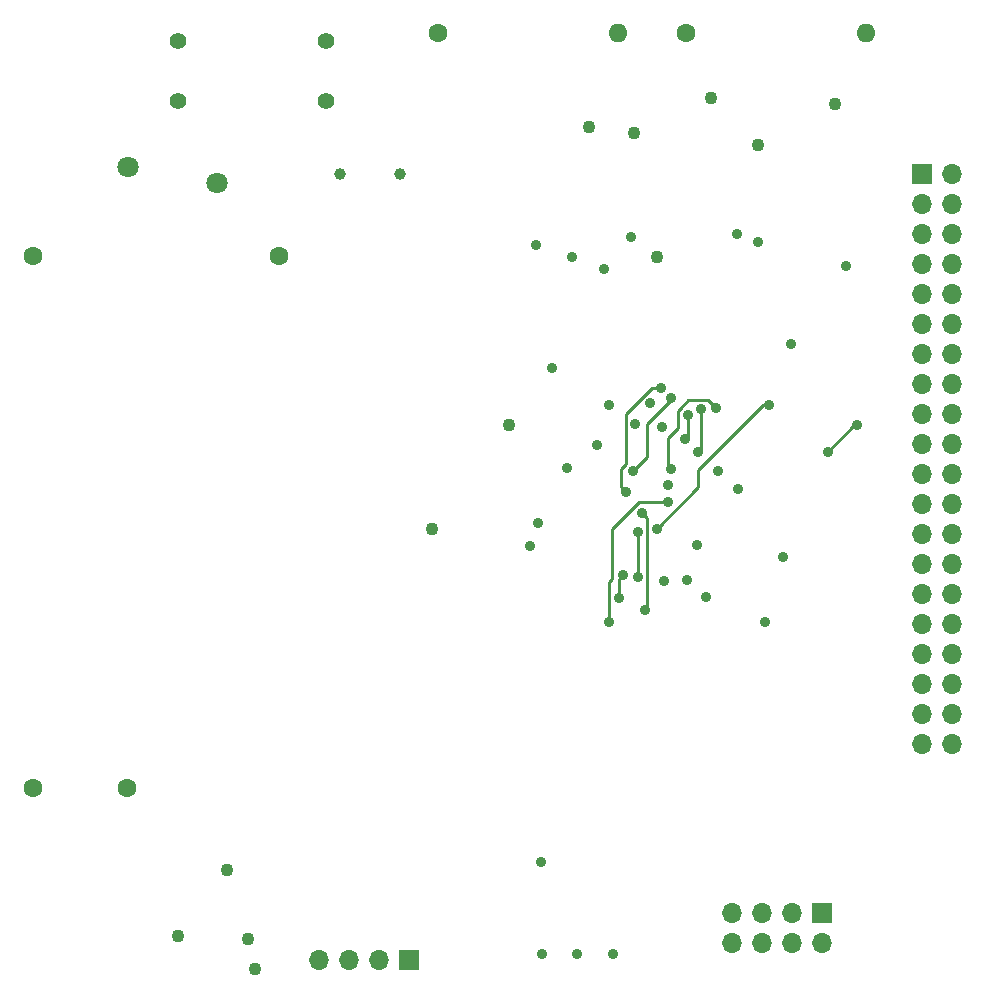
<source format=gbr>
G04 #@! TF.FileFunction,Copper,L4,Bot,Signal*
%FSLAX46Y46*%
G04 Gerber Fmt 4.6, Leading zero omitted, Abs format (unit mm)*
G04 Created by KiCad (PCBNEW 4.0.7) date Fri May 11 12:16:42 2018*
%MOMM*%
%LPD*%
G01*
G04 APERTURE LIST*
%ADD10C,0.100000*%
%ADD11C,1.800000*%
%ADD12C,1.000000*%
%ADD13C,1.400000*%
%ADD14R,1.700000X1.700000*%
%ADD15O,1.700000X1.700000*%
%ADD16C,1.600000*%
%ADD17O,1.600000X1.600000*%
%ADD18C,1.100000*%
%ADD19C,0.900000*%
%ADD20C,0.254000*%
G04 APERTURE END LIST*
D10*
D11*
X115750000Y-89250000D03*
X108250000Y-87850000D03*
D12*
X131290000Y-88500000D03*
X126210000Y-88500000D03*
D13*
X125000000Y-82290000D03*
X125000000Y-77210000D03*
X112500000Y-82290000D03*
X112500000Y-77210000D03*
D14*
X132000000Y-155000000D03*
D15*
X129460000Y-155000000D03*
X126920000Y-155000000D03*
X124380000Y-155000000D03*
D16*
X155500000Y-76500000D03*
D17*
X170740000Y-76500000D03*
D16*
X134500000Y-76500000D03*
D17*
X149740000Y-76500000D03*
D14*
X167000000Y-151000000D03*
D15*
X167000000Y-153540000D03*
X164460000Y-151000000D03*
X164460000Y-153540000D03*
X161920000Y-151000000D03*
X161920000Y-153540000D03*
X159380000Y-151000000D03*
X159380000Y-153540000D03*
D14*
X175500000Y-88500000D03*
D15*
X178040000Y-88500000D03*
X175500000Y-91040000D03*
X178040000Y-91040000D03*
X175500000Y-93580000D03*
X178040000Y-93580000D03*
X175500000Y-96120000D03*
X178040000Y-96120000D03*
X175500000Y-98660000D03*
X178040000Y-98660000D03*
X175500000Y-101200000D03*
X178040000Y-101200000D03*
X175500000Y-103740000D03*
X178040000Y-103740000D03*
X175500000Y-106280000D03*
X178040000Y-106280000D03*
X175500000Y-108820000D03*
X178040000Y-108820000D03*
X175500000Y-111360000D03*
X178040000Y-111360000D03*
X175500000Y-113900000D03*
X178040000Y-113900000D03*
X175500000Y-116440000D03*
X178040000Y-116440000D03*
X175500000Y-118980000D03*
X178040000Y-118980000D03*
X175500000Y-121520000D03*
X178040000Y-121520000D03*
X175500000Y-124060000D03*
X178040000Y-124060000D03*
X175500000Y-126600000D03*
X178040000Y-126600000D03*
X175500000Y-129140000D03*
X178040000Y-129140000D03*
X175500000Y-131680000D03*
X178040000Y-131680000D03*
X175500000Y-134220000D03*
X178040000Y-134220000D03*
X175500000Y-136760000D03*
X178040000Y-136760000D03*
D16*
X108200000Y-140450000D03*
X100200000Y-140450000D03*
X121000000Y-95450000D03*
X100200000Y-95450000D03*
D18*
X161580000Y-86010000D03*
X168080000Y-82510000D03*
X147250000Y-84500000D03*
X157580000Y-82010000D03*
X151080000Y-85010000D03*
X119000000Y-155750000D03*
D19*
X142830000Y-94510000D03*
X145830000Y-95510000D03*
X148580000Y-96510000D03*
X150830000Y-93760000D03*
X169080000Y-96260000D03*
X161580000Y-94260000D03*
X159830000Y-93510000D03*
D18*
X116600000Y-147400000D03*
D19*
X149000000Y-108000000D03*
X154000000Y-114800000D03*
X142250000Y-120000000D03*
X163670000Y-120890000D03*
X162170000Y-126390000D03*
X143300000Y-154500000D03*
X149300000Y-154500000D03*
X146300000Y-154500000D03*
X145420000Y-113390000D03*
X152420000Y-107890000D03*
X144170000Y-104890000D03*
X159920000Y-115140000D03*
X153670000Y-122890000D03*
X157200000Y-124300000D03*
X164400000Y-102900000D03*
X155600000Y-122800000D03*
X143000000Y-118000000D03*
X156420000Y-119890000D03*
X153420000Y-109890000D03*
X147920000Y-111390000D03*
X158170000Y-113640000D03*
D18*
X112500000Y-153000000D03*
X118400000Y-153200000D03*
X140500000Y-109750000D03*
X134000000Y-118500000D03*
X153080000Y-95510000D03*
D19*
X143250000Y-146750000D03*
X150400000Y-115400000D03*
X153400000Y-106600000D03*
X152000000Y-125400000D03*
X151800000Y-117200000D03*
X151400000Y-118800000D03*
X151400000Y-122600000D03*
X149800000Y-124400000D03*
X150200000Y-122400000D03*
X151170000Y-109640000D03*
X149000000Y-126400000D03*
X154000000Y-116250000D03*
X170000000Y-109750000D03*
X167500000Y-112000000D03*
X153000000Y-118500000D03*
X162500000Y-108000000D03*
X154200000Y-113400000D03*
X158000000Y-108250000D03*
X156500000Y-112000000D03*
X156800000Y-108400000D03*
X155700000Y-108900000D03*
X155400000Y-110900000D03*
X154200000Y-107400000D03*
X151000000Y-113600000D03*
D20*
X150400000Y-115400000D02*
X150000000Y-115000000D01*
X152600000Y-106600000D02*
X153400000Y-106600000D01*
X150400000Y-108800000D02*
X152600000Y-106600000D01*
X150400000Y-113000000D02*
X150400000Y-108800000D01*
X150000000Y-113400000D02*
X150400000Y-113000000D01*
X150000000Y-115000000D02*
X150000000Y-113400000D01*
X152200000Y-125200000D02*
X152000000Y-125400000D01*
X152200000Y-117600000D02*
X152200000Y-125200000D01*
X151800000Y-117200000D02*
X152200000Y-117600000D01*
X151400000Y-118800000D02*
X151400000Y-121400000D01*
X151400000Y-121400000D02*
X151400000Y-122600000D01*
X149800000Y-122800000D02*
X149800000Y-124400000D01*
X150200000Y-122400000D02*
X149800000Y-122800000D01*
X149000000Y-124800000D02*
X149000000Y-123000000D01*
X149000000Y-123000000D02*
X149250000Y-122750000D01*
X149000000Y-126400000D02*
X149000000Y-124800000D01*
X149250000Y-122750000D02*
X149250000Y-122400000D01*
X154000000Y-116250000D02*
X151550000Y-116250000D01*
X151550000Y-116250000D02*
X149250000Y-118550000D01*
X149250000Y-118550000D02*
X149250000Y-122400000D01*
X167500000Y-112000000D02*
X169750000Y-109750000D01*
X169750000Y-109750000D02*
X170000000Y-109750000D01*
X153000000Y-118500000D02*
X156500000Y-115000000D01*
X156500000Y-115000000D02*
X156500000Y-113500000D01*
X156500000Y-113500000D02*
X162000000Y-108000000D01*
X162000000Y-108000000D02*
X162500000Y-108000000D01*
X155700000Y-107600000D02*
X157350000Y-107600000D01*
X154000000Y-110800000D02*
X154800000Y-110000000D01*
X154000000Y-113200000D02*
X154000000Y-110800000D01*
X154200000Y-113400000D02*
X154000000Y-113200000D01*
X154800000Y-110000000D02*
X154800000Y-108500000D01*
X154800000Y-108500000D02*
X155050000Y-108250000D01*
X155050000Y-108250000D02*
X155700000Y-107600000D01*
X157350000Y-107600000D02*
X158000000Y-108250000D01*
X156800000Y-111700000D02*
X156800000Y-108400000D01*
X156500000Y-112000000D02*
X156800000Y-111700000D01*
X155700000Y-110600000D02*
X155700000Y-108900000D01*
X155400000Y-110900000D02*
X155700000Y-110600000D01*
X154200000Y-107600000D02*
X154200000Y-107400000D01*
X152200000Y-109600000D02*
X154200000Y-107600000D01*
X152200000Y-112400000D02*
X152200000Y-109600000D01*
X151000000Y-113600000D02*
X152200000Y-112400000D01*
M02*

</source>
